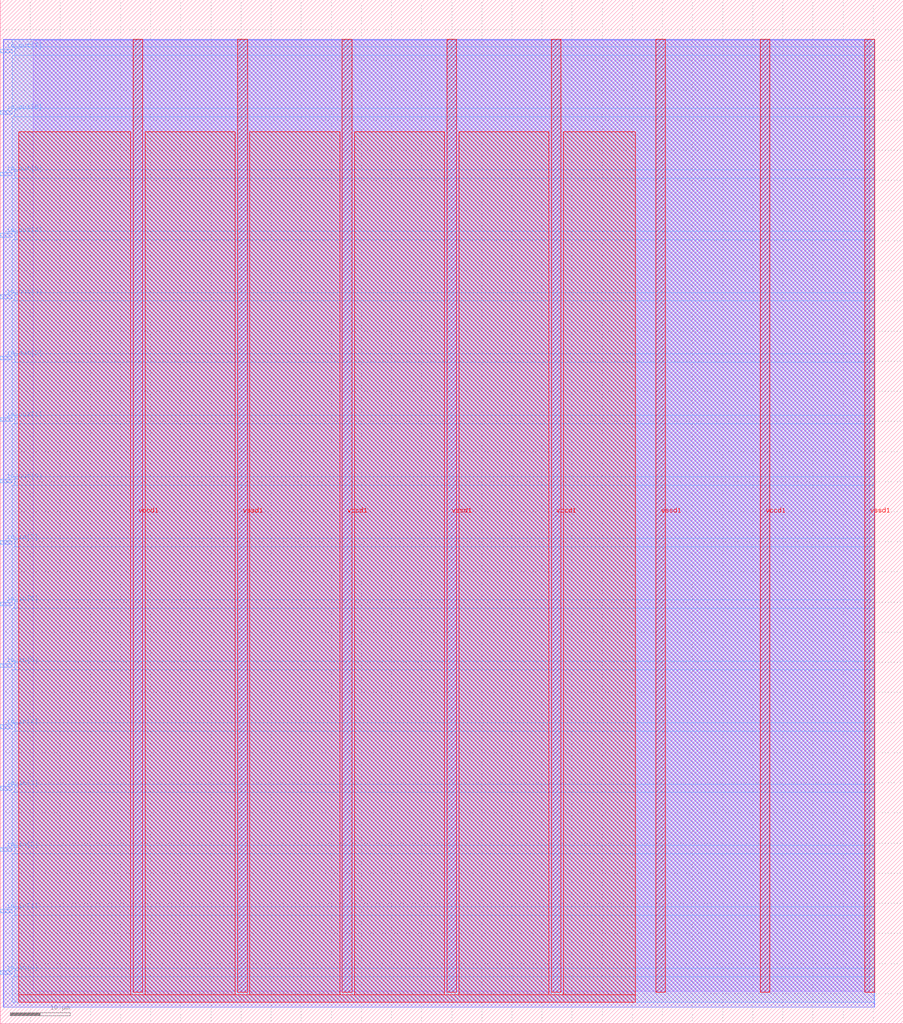
<source format=lef>
VERSION 5.7 ;
  NOWIREEXTENSIONATPIN ON ;
  DIVIDERCHAR "/" ;
  BUSBITCHARS "[]" ;
MACRO cpldcpu_TrainLED2top
  CLASS BLOCK ;
  FOREIGN cpldcpu_TrainLED2top ;
  ORIGIN 0.000 0.000 ;
  SIZE 150.000 BY 170.000 ;
  PIN io_in[0]
    DIRECTION INPUT ;
    USE SIGNAL ;
    PORT
      LAYER met3 ;
        RECT 0.000 8.200 2.000 8.800 ;
    END
  END io_in[0]
  PIN io_in[1]
    DIRECTION INPUT ;
    USE SIGNAL ;
    PORT
      LAYER met3 ;
        RECT 0.000 18.400 2.000 19.000 ;
    END
  END io_in[1]
  PIN io_in[2]
    DIRECTION INPUT ;
    USE SIGNAL ;
    PORT
      LAYER met3 ;
        RECT 0.000 28.600 2.000 29.200 ;
    END
  END io_in[2]
  PIN io_in[3]
    DIRECTION INPUT ;
    USE SIGNAL ;
    PORT
      LAYER met3 ;
        RECT 0.000 38.800 2.000 39.400 ;
    END
  END io_in[3]
  PIN io_in[4]
    DIRECTION INPUT ;
    USE SIGNAL ;
    PORT
      LAYER met3 ;
        RECT 0.000 49.000 2.000 49.600 ;
    END
  END io_in[4]
  PIN io_in[5]
    DIRECTION INPUT ;
    USE SIGNAL ;
    PORT
      LAYER met3 ;
        RECT 0.000 59.200 2.000 59.800 ;
    END
  END io_in[5]
  PIN io_in[6]
    DIRECTION INPUT ;
    USE SIGNAL ;
    PORT
      LAYER met3 ;
        RECT 0.000 69.400 2.000 70.000 ;
    END
  END io_in[6]
  PIN io_in[7]
    DIRECTION INPUT ;
    USE SIGNAL ;
    PORT
      LAYER met3 ;
        RECT 0.000 79.600 2.000 80.200 ;
    END
  END io_in[7]
  PIN io_out[0]
    DIRECTION OUTPUT TRISTATE ;
    USE SIGNAL ;
    PORT
      LAYER met3 ;
        RECT 0.000 89.800 2.000 90.400 ;
    END
  END io_out[0]
  PIN io_out[1]
    DIRECTION OUTPUT TRISTATE ;
    USE SIGNAL ;
    PORT
      LAYER met3 ;
        RECT 0.000 100.000 2.000 100.600 ;
    END
  END io_out[1]
  PIN io_out[2]
    DIRECTION OUTPUT TRISTATE ;
    USE SIGNAL ;
    PORT
      LAYER met3 ;
        RECT 0.000 110.200 2.000 110.800 ;
    END
  END io_out[2]
  PIN io_out[3]
    DIRECTION OUTPUT TRISTATE ;
    USE SIGNAL ;
    PORT
      LAYER met3 ;
        RECT 0.000 120.400 2.000 121.000 ;
    END
  END io_out[3]
  PIN io_out[4]
    DIRECTION OUTPUT TRISTATE ;
    USE SIGNAL ;
    PORT
      LAYER met3 ;
        RECT 0.000 130.600 2.000 131.200 ;
    END
  END io_out[4]
  PIN io_out[5]
    DIRECTION OUTPUT TRISTATE ;
    USE SIGNAL ;
    PORT
      LAYER met3 ;
        RECT 0.000 140.800 2.000 141.400 ;
    END
  END io_out[5]
  PIN io_out[6]
    DIRECTION OUTPUT TRISTATE ;
    USE SIGNAL ;
    PORT
      LAYER met3 ;
        RECT 0.000 151.000 2.000 151.600 ;
    END
  END io_out[6]
  PIN io_out[7]
    DIRECTION OUTPUT TRISTATE ;
    USE SIGNAL ;
    PORT
      LAYER met3 ;
        RECT 0.000 161.200 2.000 161.800 ;
    END
  END io_out[7]
  PIN vccd1
    DIRECTION INOUT ;
    USE POWER ;
    PORT
      LAYER met4 ;
        RECT 22.085 5.200 23.685 163.440 ;
    END
    PORT
      LAYER met4 ;
        RECT 56.815 5.200 58.415 163.440 ;
    END
    PORT
      LAYER met4 ;
        RECT 91.545 5.200 93.145 163.440 ;
    END
    PORT
      LAYER met4 ;
        RECT 126.275 5.200 127.875 163.440 ;
    END
  END vccd1
  PIN vssd1
    DIRECTION INOUT ;
    USE GROUND ;
    PORT
      LAYER met4 ;
        RECT 39.450 5.200 41.050 163.440 ;
    END
    PORT
      LAYER met4 ;
        RECT 74.180 5.200 75.780 163.440 ;
    END
    PORT
      LAYER met4 ;
        RECT 108.910 5.200 110.510 163.440 ;
    END
    PORT
      LAYER met4 ;
        RECT 143.640 5.200 145.240 163.440 ;
    END
  END vssd1
  OBS
      LAYER li1 ;
        RECT 5.520 5.355 144.440 163.285 ;
      LAYER met1 ;
        RECT 0.530 2.760 145.240 163.440 ;
      LAYER met2 ;
        RECT 0.560 2.730 145.210 163.385 ;
      LAYER met3 ;
        RECT 2.000 162.200 145.230 163.365 ;
        RECT 2.400 160.800 145.230 162.200 ;
        RECT 2.000 152.000 145.230 160.800 ;
        RECT 2.400 150.600 145.230 152.000 ;
        RECT 2.000 141.800 145.230 150.600 ;
        RECT 2.400 140.400 145.230 141.800 ;
        RECT 2.000 131.600 145.230 140.400 ;
        RECT 2.400 130.200 145.230 131.600 ;
        RECT 2.000 121.400 145.230 130.200 ;
        RECT 2.400 120.000 145.230 121.400 ;
        RECT 2.000 111.200 145.230 120.000 ;
        RECT 2.400 109.800 145.230 111.200 ;
        RECT 2.000 101.000 145.230 109.800 ;
        RECT 2.400 99.600 145.230 101.000 ;
        RECT 2.000 90.800 145.230 99.600 ;
        RECT 2.400 89.400 145.230 90.800 ;
        RECT 2.000 80.600 145.230 89.400 ;
        RECT 2.400 79.200 145.230 80.600 ;
        RECT 2.000 70.400 145.230 79.200 ;
        RECT 2.400 69.000 145.230 70.400 ;
        RECT 2.000 60.200 145.230 69.000 ;
        RECT 2.400 58.800 145.230 60.200 ;
        RECT 2.000 50.000 145.230 58.800 ;
        RECT 2.400 48.600 145.230 50.000 ;
        RECT 2.000 39.800 145.230 48.600 ;
        RECT 2.400 38.400 145.230 39.800 ;
        RECT 2.000 29.600 145.230 38.400 ;
        RECT 2.400 28.200 145.230 29.600 ;
        RECT 2.000 19.400 145.230 28.200 ;
        RECT 2.400 18.000 145.230 19.400 ;
        RECT 2.000 9.200 145.230 18.000 ;
        RECT 2.400 7.800 145.230 9.200 ;
        RECT 2.000 3.575 145.230 7.800 ;
      LAYER met4 ;
        RECT 3.055 4.800 21.685 148.065 ;
        RECT 24.085 4.800 39.050 148.065 ;
        RECT 41.450 4.800 56.415 148.065 ;
        RECT 58.815 4.800 73.780 148.065 ;
        RECT 76.180 4.800 91.145 148.065 ;
        RECT 93.545 4.800 105.505 148.065 ;
        RECT 3.055 3.575 105.505 4.800 ;
  END
END cpldcpu_TrainLED2top
END LIBRARY


</source>
